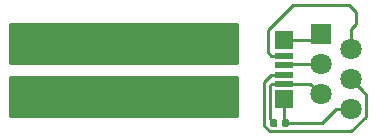
<source format=gbr>
G04 #@! TF.GenerationSoftware,KiCad,Pcbnew,5.0.2-bee76a0~70~ubuntu18.04.1*
G04 #@! TF.CreationDate,2019-12-02T23:30:02+01:00*
G04 #@! TF.ProjectId,current_sense_tli4970,63757272-656e-4745-9f73-656e73655f74,rev?*
G04 #@! TF.SameCoordinates,Original*
G04 #@! TF.FileFunction,Copper,L1,Top*
G04 #@! TF.FilePolarity,Positive*
%FSLAX46Y46*%
G04 Gerber Fmt 4.6, Leading zero omitted, Abs format (unit mm)*
G04 Created by KiCad (PCBNEW 5.0.2-bee76a0~70~ubuntu18.04.1) date Mo 02 Dez 2019 23:30:02 CET*
%MOMM*%
%LPD*%
G01*
G04 APERTURE LIST*
G04 #@! TA.AperFunction,SMDPad,CuDef*
%ADD10R,1.600000X1.500000*%
G04 #@! TD*
G04 #@! TA.AperFunction,SMDPad,CuDef*
%ADD11R,1.600000X0.500000*%
G04 #@! TD*
G04 #@! TA.AperFunction,SMDPad,CuDef*
%ADD12R,3.480000X2.400000*%
G04 #@! TD*
G04 #@! TA.AperFunction,Conductor*
%ADD13C,0.100000*%
G04 #@! TD*
G04 #@! TA.AperFunction,SMDPad,CuDef*
%ADD14C,0.590000*%
G04 #@! TD*
G04 #@! TA.AperFunction,ComponentPad*
%ADD15C,1.800000*%
G04 #@! TD*
G04 #@! TA.AperFunction,ComponentPad*
%ADD16R,1.800000X1.800000*%
G04 #@! TD*
G04 #@! TA.AperFunction,SMDPad,CuDef*
%ADD17R,3.500000X2.000000*%
G04 #@! TD*
G04 #@! TA.AperFunction,SMDPad,CuDef*
%ADD18R,6.000000X2.000000*%
G04 #@! TD*
G04 #@! TA.AperFunction,Conductor*
%ADD19C,0.250000*%
G04 #@! TD*
G04 #@! TA.AperFunction,Conductor*
%ADD20C,0.254000*%
G04 #@! TD*
G04 APERTURE END LIST*
D10*
G04 #@! TO.P,U1,1*
G04 #@! TO.N,GND*
X167850000Y-82500000D03*
D11*
G04 #@! TO.P,U1,2*
G04 #@! TO.N,+3V3*
X167850000Y-81200000D03*
G04 #@! TO.P,U1,3*
G04 #@! TO.N,Net-(J1-Pad4)*
X167850000Y-80400000D03*
G04 #@! TO.P,U1,4*
G04 #@! TO.N,Net-(J1-Pad3)*
X167850000Y-79600000D03*
G04 #@! TO.P,U1,5*
G04 #@! TO.N,Net-(J1-Pad2)*
X167850000Y-78800000D03*
D10*
G04 #@! TO.P,U1,6*
G04 #@! TO.N,Net-(J1-Pad1)*
X167850000Y-77500000D03*
D12*
G04 #@! TO.P,U1,8*
G04 #@! TO.N,IP-*
X162180000Y-81775000D03*
G04 #@! TO.P,U1,7*
G04 #@! TO.N,IP+*
X162180000Y-78225000D03*
G04 #@! TD*
D13*
G04 #@! TO.N,+3V3*
G04 #@! TO.C,C1*
G36*
X167176958Y-84180710D02*
X167191276Y-84182834D01*
X167205317Y-84186351D01*
X167218946Y-84191228D01*
X167232031Y-84197417D01*
X167244447Y-84204858D01*
X167256073Y-84213481D01*
X167266798Y-84223202D01*
X167276519Y-84233927D01*
X167285142Y-84245553D01*
X167292583Y-84257969D01*
X167298772Y-84271054D01*
X167303649Y-84284683D01*
X167307166Y-84298724D01*
X167309290Y-84313042D01*
X167310000Y-84327500D01*
X167310000Y-84672500D01*
X167309290Y-84686958D01*
X167307166Y-84701276D01*
X167303649Y-84715317D01*
X167298772Y-84728946D01*
X167292583Y-84742031D01*
X167285142Y-84754447D01*
X167276519Y-84766073D01*
X167266798Y-84776798D01*
X167256073Y-84786519D01*
X167244447Y-84795142D01*
X167232031Y-84802583D01*
X167218946Y-84808772D01*
X167205317Y-84813649D01*
X167191276Y-84817166D01*
X167176958Y-84819290D01*
X167162500Y-84820000D01*
X166867500Y-84820000D01*
X166853042Y-84819290D01*
X166838724Y-84817166D01*
X166824683Y-84813649D01*
X166811054Y-84808772D01*
X166797969Y-84802583D01*
X166785553Y-84795142D01*
X166773927Y-84786519D01*
X166763202Y-84776798D01*
X166753481Y-84766073D01*
X166744858Y-84754447D01*
X166737417Y-84742031D01*
X166731228Y-84728946D01*
X166726351Y-84715317D01*
X166722834Y-84701276D01*
X166720710Y-84686958D01*
X166720000Y-84672500D01*
X166720000Y-84327500D01*
X166720710Y-84313042D01*
X166722834Y-84298724D01*
X166726351Y-84284683D01*
X166731228Y-84271054D01*
X166737417Y-84257969D01*
X166744858Y-84245553D01*
X166753481Y-84233927D01*
X166763202Y-84223202D01*
X166773927Y-84213481D01*
X166785553Y-84204858D01*
X166797969Y-84197417D01*
X166811054Y-84191228D01*
X166824683Y-84186351D01*
X166838724Y-84182834D01*
X166853042Y-84180710D01*
X166867500Y-84180000D01*
X167162500Y-84180000D01*
X167176958Y-84180710D01*
X167176958Y-84180710D01*
G37*
D14*
G04 #@! TD*
G04 #@! TO.P,C1,1*
G04 #@! TO.N,+3V3*
X167015000Y-84500000D03*
D13*
G04 #@! TO.N,GND*
G04 #@! TO.C,C1*
G36*
X168146958Y-84180710D02*
X168161276Y-84182834D01*
X168175317Y-84186351D01*
X168188946Y-84191228D01*
X168202031Y-84197417D01*
X168214447Y-84204858D01*
X168226073Y-84213481D01*
X168236798Y-84223202D01*
X168246519Y-84233927D01*
X168255142Y-84245553D01*
X168262583Y-84257969D01*
X168268772Y-84271054D01*
X168273649Y-84284683D01*
X168277166Y-84298724D01*
X168279290Y-84313042D01*
X168280000Y-84327500D01*
X168280000Y-84672500D01*
X168279290Y-84686958D01*
X168277166Y-84701276D01*
X168273649Y-84715317D01*
X168268772Y-84728946D01*
X168262583Y-84742031D01*
X168255142Y-84754447D01*
X168246519Y-84766073D01*
X168236798Y-84776798D01*
X168226073Y-84786519D01*
X168214447Y-84795142D01*
X168202031Y-84802583D01*
X168188946Y-84808772D01*
X168175317Y-84813649D01*
X168161276Y-84817166D01*
X168146958Y-84819290D01*
X168132500Y-84820000D01*
X167837500Y-84820000D01*
X167823042Y-84819290D01*
X167808724Y-84817166D01*
X167794683Y-84813649D01*
X167781054Y-84808772D01*
X167767969Y-84802583D01*
X167755553Y-84795142D01*
X167743927Y-84786519D01*
X167733202Y-84776798D01*
X167723481Y-84766073D01*
X167714858Y-84754447D01*
X167707417Y-84742031D01*
X167701228Y-84728946D01*
X167696351Y-84715317D01*
X167692834Y-84701276D01*
X167690710Y-84686958D01*
X167690000Y-84672500D01*
X167690000Y-84327500D01*
X167690710Y-84313042D01*
X167692834Y-84298724D01*
X167696351Y-84284683D01*
X167701228Y-84271054D01*
X167707417Y-84257969D01*
X167714858Y-84245553D01*
X167723481Y-84233927D01*
X167733202Y-84223202D01*
X167743927Y-84213481D01*
X167755553Y-84204858D01*
X167767969Y-84197417D01*
X167781054Y-84191228D01*
X167794683Y-84186351D01*
X167808724Y-84182834D01*
X167823042Y-84180710D01*
X167837500Y-84180000D01*
X168132500Y-84180000D01*
X168146958Y-84180710D01*
X168146958Y-84180710D01*
G37*
D14*
G04 #@! TD*
G04 #@! TO.P,C1,2*
G04 #@! TO.N,GND*
X167985000Y-84500000D03*
D15*
G04 #@! TO.P,J1,6*
G04 #@! TO.N,GND*
X173540000Y-83350000D03*
G04 #@! TO.P,J1,5*
G04 #@! TO.N,+3V3*
X171000000Y-82080000D03*
D16*
G04 #@! TO.P,J1,1*
G04 #@! TO.N,Net-(J1-Pad1)*
X171000000Y-77000000D03*
D15*
G04 #@! TO.P,J1,2*
G04 #@! TO.N,Net-(J1-Pad2)*
X173540000Y-78270000D03*
G04 #@! TO.P,J1,3*
G04 #@! TO.N,Net-(J1-Pad3)*
X171000000Y-79540000D03*
G04 #@! TO.P,J1,4*
G04 #@! TO.N,Net-(J1-Pad4)*
X173540000Y-80810000D03*
G04 #@! TD*
D17*
G04 #@! TO.P,J2,2*
G04 #@! TO.N,IP+*
X157250000Y-78000000D03*
D18*
X148000000Y-78000000D03*
G04 #@! TO.P,J2,1*
G04 #@! TO.N,IP-*
X148000000Y-82000000D03*
D17*
X157250000Y-82000000D03*
G04 #@! TD*
D19*
G04 #@! TO.N,+3V3*
X166674999Y-81325001D02*
X166674999Y-84159999D01*
X166680832Y-84165832D02*
X167015000Y-84500000D01*
X166674999Y-84159999D02*
X166680832Y-84165832D01*
X166800000Y-81200000D02*
X166674999Y-81325001D01*
X167850000Y-81200000D02*
X166800000Y-81200000D01*
X167869999Y-81180001D02*
X167850000Y-81200000D01*
X170100001Y-81180001D02*
X167869999Y-81180001D01*
X171000000Y-82080000D02*
X170100001Y-81180001D01*
G04 #@! TO.N,GND*
X167850000Y-84365000D02*
X167985000Y-84500000D01*
X167850000Y-82500000D02*
X167850000Y-84365000D01*
X168380000Y-84500000D02*
X167985000Y-84500000D01*
X171117208Y-84500000D02*
X168380000Y-84500000D01*
X172267208Y-83350000D02*
X171117208Y-84500000D01*
X173540000Y-83350000D02*
X172267208Y-83350000D01*
G04 #@! TO.N,Net-(J1-Pad1)*
X170500000Y-77500000D02*
X171000000Y-77000000D01*
X167850000Y-77500000D02*
X170500000Y-77500000D01*
G04 #@! TO.N,Net-(J1-Pad2)*
X168650049Y-74474949D02*
X166500000Y-76624998D01*
X173340025Y-74474949D02*
X168650049Y-74474949D01*
X173925051Y-75059975D02*
X173340025Y-74474949D01*
X173540000Y-78270000D02*
X173540000Y-76525076D01*
X173925051Y-76140025D02*
X173925051Y-75059975D01*
X173540000Y-76525076D02*
X173925051Y-76140025D01*
X166800000Y-78800000D02*
X167850000Y-78800000D01*
X166500000Y-78500000D02*
X166800000Y-78800000D01*
X166500000Y-76624998D02*
X166500000Y-78500000D01*
G04 #@! TO.N,Net-(J1-Pad3)*
X167910000Y-79540000D02*
X167850000Y-79600000D01*
X171000000Y-79540000D02*
X167910000Y-79540000D01*
G04 #@! TO.N,Net-(J1-Pad4)*
X174439999Y-81709999D02*
X173540000Y-80810000D01*
X174815001Y-82085001D02*
X174439999Y-81709999D01*
X174815001Y-83962001D02*
X174815001Y-82085001D01*
X173581992Y-85195010D02*
X174815001Y-83962001D01*
X166651068Y-85195010D02*
X173581992Y-85195010D01*
X166174989Y-84718931D02*
X166651068Y-85195010D01*
X166174989Y-81025011D02*
X166174989Y-84718931D01*
X166800000Y-80400000D02*
X166174989Y-81025011D01*
X167850000Y-80400000D02*
X166800000Y-80400000D01*
G04 #@! TD*
D20*
G04 #@! TO.N,IP+*
G36*
X163873000Y-79373000D02*
X144710000Y-79373000D01*
X144710000Y-76127000D01*
X163873000Y-76127000D01*
X163873000Y-79373000D01*
X163873000Y-79373000D01*
G37*
X163873000Y-79373000D02*
X144710000Y-79373000D01*
X144710000Y-76127000D01*
X163873000Y-76127000D01*
X163873000Y-79373000D01*
G04 #@! TO.N,IP-*
G36*
X163873000Y-83873000D02*
X144710000Y-83873000D01*
X144710000Y-80627000D01*
X163873000Y-80627000D01*
X163873000Y-83873000D01*
X163873000Y-83873000D01*
G37*
X163873000Y-83873000D02*
X144710000Y-83873000D01*
X144710000Y-80627000D01*
X163873000Y-80627000D01*
X163873000Y-83873000D01*
G04 #@! TD*
M02*

</source>
